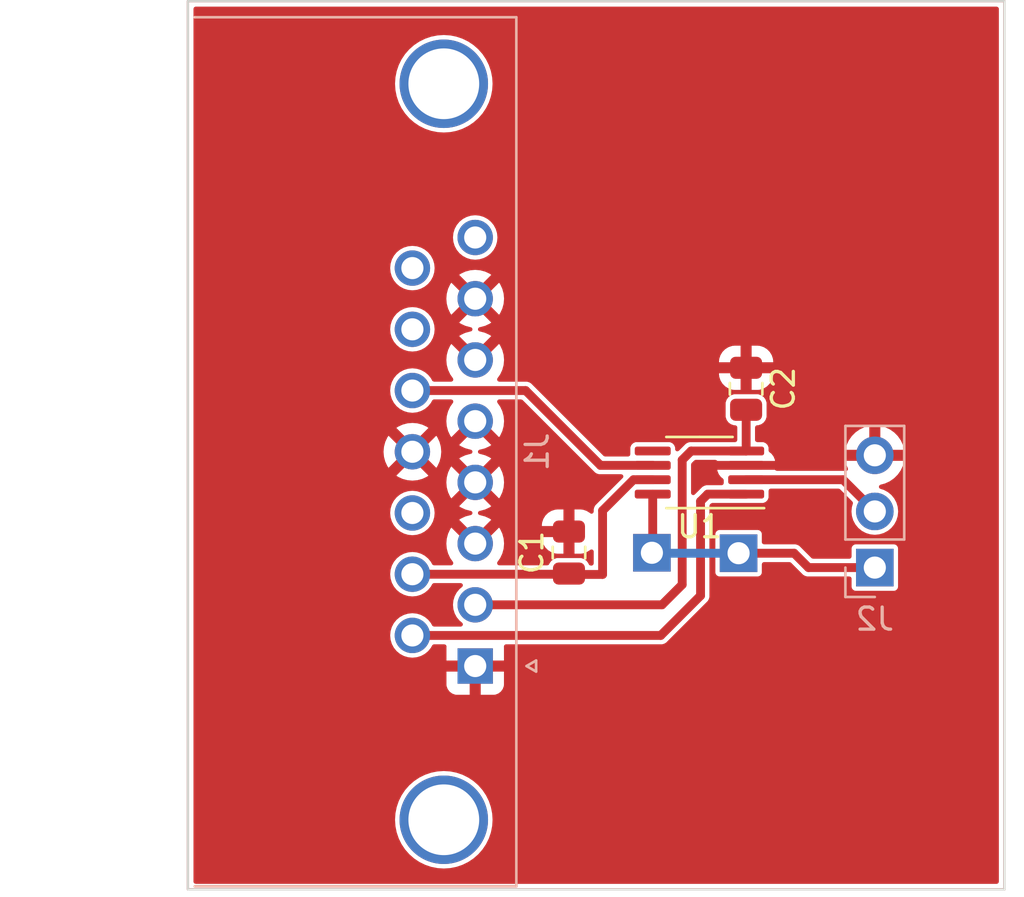
<source format=kicad_pcb>
(kicad_pcb (version 20221018) (generator pcbnew)
  (layers (0 "F.Cu" signal) (31 "B.Cu" signal) (34 "B.Paste" user) (35 "F.Paste" user) (36 "B.SilkS" user "B.Silkscreen") (37 "F.SilkS" user "F.Silkscreen") (38 "B.Mask" user) (39 "F.Mask" user) (44 "Edge.Cuts" user))
  (net 0 "")
  (net 1 "GND")
  (net 2 "+12V")
  (net 4 "Net-(J1-P9)")
  (net 5 "-12V")
  (net 7 "IN")
  (net 10 "Net-(J2-Pin_1)")
  (net 11 "Net-(J2-Pin_2)")
  (footprint "" (layer "F.Cu") (at 87.67 104.63)
    (fp_text reference "" (at 0 0) (layer "F.SilkS") (effects (font (size 1.27 1.27))))
    (fp_text value "" (at 0 0) (layer "F.SilkS") (effects (font (size 1.27 1.27))))
    (pad "1" thru_hole rect (at 0 0) (size 1.7 1.7) (drill 1) (layers "*.Cu" "*.Mask") (net 10 "Net-(J2-Pin_1)"))
  )
  (footprint "" (layer "F.Cu") (at 91.59 104.65)
    (fp_text reference "" (at 0 0) (layer "F.SilkS") (effects (font (size 1.27 1.27))))
    (fp_text value "" (at 0 0) (layer "F.SilkS") (effects (font (size 1.27 1.27))))
    (pad "1" thru_hole rect (at 0 0) (size 1.7 1.7) (drill 1) (layers "*.Cu" "*.Mask") (net 10 "Net-(J2-Pin_1)"))
  )
  (footprint "Package_SO:MSOP-8_3x3mm_P0.65mm" (layer "F.Cu") (at 89.82 101 180)
    (fp_text reference "U1" (at 0 -2.45 180) (layer "F.SilkS"))
    (fp_text value "MAX4659")
    (fp_line (start 0 -1.61) (end -2.925 -1.61) (stroke (width 0.12)) (layer "F.SilkS"))
    (fp_line (start 0 -1.61) (end 1.5 -1.61) (stroke (width 0.12)) (layer "F.SilkS"))
    (fp_line (start 0 1.61) (end -1.5 1.61) (stroke (width 0.12)) (layer "F.SilkS"))
    (fp_line (start 0 1.61) (end 1.5 1.61) (stroke (width 0.12)) (layer "F.SilkS"))
    (pad "1" smd roundrect (at -2.1125 -0.975 180) (size 1.625 0.4) (layers "F.Cu" "F.Paste" "F.Mask") (net 4 "Net-(J1-P9)"))
    (pad "2" smd roundrect (at -2.1125 -0.325 180) (size 1.625 0.4) (layers "F.Cu" "F.Paste" "F.Mask") (net 11 "Net-(J2-Pin_2)"))
    (pad "3" smd roundrect (at -2.1125 0.325 180) (size 1.625 0.4) (layers "F.Cu" "F.Paste" "F.Mask") (net 1 "GND"))
    (pad "4" smd roundrect (at -2.1125 0.975 180) (size 1.625 0.4) (layers "F.Cu" "F.Paste" "F.Mask") (net 2 "+12V"))
    (pad "5" smd roundrect (at 2.1125 0.975 180) (size 1.625 0.4) (layers "F.Cu" "F.Paste" "F.Mask"))
    (pad "6" smd roundrect (at 2.1125 0.325 180) (size 1.625 0.4) (layers "F.Cu" "F.Paste" "F.Mask") (net 7 "IN"))
    (pad "7" smd roundrect (at 2.1125 -0.325 180) (size 1.625 0.4) (layers "F.Cu" "F.Paste" "F.Mask") (net 5 "-12V"))
    (pad "8" smd roundrect (at 2.1125 -0.975 180) (size 1.625 0.4) (layers "F.Cu" "F.Paste" "F.Mask") (net 10 "Net-(J2-Pin_1)"))
  )
  (footprint "Capacitor_SMD:C_0805_2012Metric" (layer "F.Cu") (at 91.93 97.21 -90)
    (fp_text reference "C2" (at 0 -1.68 90) (layer "F.SilkS"))
    (fp_text value "C")
    (fp_line (start -0.261252 -0.735) (end 0.261252 -0.735) (stroke (width 0.12)) (layer "F.SilkS"))
    (fp_line (start -0.261252 0.735) (end 0.261252 0.735) (stroke (width 0.12)) (layer "F.SilkS"))
    (pad "1" smd roundrect (at -0.95 0 270) (size 1 1.45) (layers "F.Cu" "F.Paste" "F.Mask") (net 1 "GND"))
    (pad "2" smd roundrect (at 0.95 0 270) (size 1 1.45) (layers "F.Cu" "F.Paste" "F.Mask") (net 2 "+12V"))
  )
  (footprint "Capacitor_SMD:C_0805_2012Metric" (layer "F.Cu") (at 83.92 104.62 90)
    (fp_text reference "C1" (at 0 -1.68 90) (layer "F.SilkS"))
    (fp_text value "C")
    (fp_line (start -0.261252 -0.735) (end 0.261252 -0.735) (stroke (width 0.12)) (layer "F.SilkS"))
    (fp_line (start -0.261252 0.735) (end 0.261252 0.735) (stroke (width 0.12)) (layer "F.SilkS"))
    (pad "1" smd roundrect (at -0.95 0 90) (size 1 1.45) (layers "F.Cu" "F.Paste" "F.Mask") (net 5 "-12V"))
    (pad "2" smd roundrect (at 0.95 0 90) (size 1 1.45) (layers "F.Cu" "F.Paste" "F.Mask") (net 1 "GND"))
  )
  (footprint "Connector_Dsub:DSUB-15_Male_Horizontal_P2.77x2.84mm_EdgePinOffset9.90mm_Housed_MountingHolesOffset11.32mm" (layer "B.Cu") (at 79.68 109.755 90)
    (fp_text reference "J1" (at 9.695 2.8 90) (layer "B.SilkS") (effects (justify mirror)))
    (fp_text value "DB15_Male")
    (fp_line (start -9.965 -12.68) (end -9.965 1.86) (stroke (width 0.12)) (layer "B.SilkS"))
    (fp_line (start -9.965 1.86) (end 29.355 1.86) (stroke (width 0.12)) (layer "B.SilkS"))
    (fp_line (start -0.25 2.754338) (end 0.25 2.754338) (stroke (width 0.12)) (layer "B.SilkS"))
    (fp_line (start 0 2.321325) (end -0.25 2.754338) (stroke (width 0.12)) (layer "B.SilkS"))
    (fp_line (start 0.25 2.754338) (end 0 2.321325) (stroke (width 0.12)) (layer "B.SilkS"))
    (fp_line (start 29.355 1.86) (end 29.355 -12.68) (stroke (width 0.12)) (layer "B.SilkS"))
    (pad "0" thru_hole circle (at -6.955 -1.42 90) (size 4 4) (drill 3.2) (layers "*.Cu" "*.Mask"))
    (pad "0" thru_hole circle (at 26.345 -1.42 90) (size 4 4) (drill 3.2) (layers "*.Cu" "*.Mask"))
    (pad "1" thru_hole rect (at 0 0 90) (size 1.6 1.6) (drill 1) (layers "*.Cu" "*.Mask") (net 1 "GND"))
    (pad "2" thru_hole circle (at 2.77 0 90) (size 1.6 1.6) (drill 1) (layers "*.Cu" "*.Mask") (net 2 "+12V"))
    (pad "3" thru_hole circle (at 5.54 0 90) (size 1.6 1.6) (drill 1) (layers "*.Cu" "*.Mask") (net 1 "GND"))
    (pad "4" thru_hole circle (at 8.31 0 90) (size 1.6 1.6) (drill 1) (layers "*.Cu" "*.Mask") (net 1 "GND"))
    (pad "5" thru_hole circle (at 11.08 0 90) (size 1.6 1.6) (drill 1) (layers "*.Cu" "*.Mask") (net 1 "GND"))
    (pad "6" thru_hole circle (at 13.85 0 90) (size 1.6 1.6) (drill 1) (layers "*.Cu" "*.Mask") (net 1 "GND"))
    (pad "7" thru_hole circle (at 16.62 0 90) (size 1.6 1.6) (drill 1) (layers "*.Cu" "*.Mask") (net 1 "GND"))
    (pad "8" thru_hole circle (at 19.39 0 90) (size 1.6 1.6) (drill 1) (layers "*.Cu" "*.Mask"))
    (pad "9" thru_hole circle (at 1.385 -2.84 90) (size 1.6 1.6) (drill 1) (layers "*.Cu" "*.Mask") (net 4 "Net-(J1-P9)"))
    (pad "10" thru_hole circle (at 4.155 -2.84 90) (size 1.6 1.6) (drill 1) (layers "*.Cu" "*.Mask") (net 5 "-12V"))
    (pad "11" thru_hole circle (at 6.925 -2.84 90) (size 1.6 1.6) (drill 1) (layers "*.Cu" "*.Mask"))
    (pad "12" thru_hole circle (at 9.695 -2.84 90) (size 1.6 1.6) (drill 1) (layers "*.Cu" "*.Mask") (net 1 "GND"))
    (pad "13" thru_hole circle (at 12.465 -2.84 90) (size 1.6 1.6) (drill 1) (layers "*.Cu" "*.Mask") (net 7 "IN"))
    (pad "14" thru_hole circle (at 15.235 -2.84 90) (size 1.6 1.6) (drill 1) (layers "*.Cu" "*.Mask"))
    (pad "15" thru_hole circle (at 18.005 -2.84 90) (size 1.6 1.6) (drill 1) (layers "*.Cu" "*.Mask"))
  )
  (footprint "Connector_PinHeader_2.54mm:PinHeader_1x03_P2.54mm_Vertical" (layer "B.Cu") (at 97.75 105.3)
    (fp_text reference "J2" (at 0 2.33) (layer "B.SilkS") (effects (justify mirror)))
    (fp_text value "Conn_01x03_Male")
    (fp_line (start -1.33 -6.41) (end 1.33 -6.41) (stroke (width 0.12)) (layer "B.SilkS"))
    (fp_line (start -1.33 -1.27) (end -1.33 -6.41) (stroke (width 0.12)) (layer "B.SilkS"))
    (fp_line (start -1.33 -1.27) (end 1.33 -1.27) (stroke (width 0.12)) (layer "B.SilkS"))
    (fp_line (start -1.33 0) (end -1.33 1.33) (stroke (width 0.12)) (layer "B.SilkS"))
    (fp_line (start -1.33 1.33) (end 0 1.33) (stroke (width 0.12)) (layer "B.SilkS"))
    (fp_line (start 1.33 -1.27) (end 1.33 -6.41) (stroke (width 0.12)) (layer "B.SilkS"))
    (pad "1" thru_hole rect (at 0 0) (size 1.7 1.7) (drill 1) (layers "*.Cu" "*.Mask") (net 10 "Net-(J2-Pin_1)"))
    (pad "2" thru_hole oval (at 0 -2.54) (size 1.7 1.7) (drill 1) (layers "*.Cu" "*.Mask") (net 11 "Net-(J2-Pin_2)"))
    (pad "3" thru_hole oval (at 0 -5.08) (size 1.7 1.7) (drill 1) (layers "*.Cu" "*.Mask") (net 1 "GND"))
  )
  (gr_rect (start 66.69 79.67) (end 103.61 119.86) (stroke (width 0.1)) (fill none) (layer "F.Cu"))
  (gr_rect (start 66.69 79.67) (end 103.61 119.86) (stroke (width 0.1)) (fill none) (layer "Edge.Cuts"))
  (segment (start 91.9325 100.025) (end 89.445 100.025) (width 0.4) (layer "F.Cu") (net 2))
  (segment (start 88.125 106.985) (end 79.68 106.985) (width 0.4) (layer "F.Cu") (net 2))
  (segment (start 91.9325 98.1625) (end 91.93 98.16) (width 0.4) (layer "F.Cu") (net 2))
  (segment (start 89.04 106.07) (end 88.125 106.985) (width 0.4) (layer "F.Cu") (net 2))
  (segment (start 89.445 100.025) (end 89.04 100.43) (width 0.4) (layer "F.Cu") (net 2))
  (segment (start 91.9325 100.025) (end 91.9325 98.1625) (width 0.4) (layer "F.Cu") (net 2))
  (segment (start 89.04 100.43) (end 89.04 106.07) (width 0.4) (layer "F.Cu") (net 2))
  (segment (start 89.87 106.57) (end 88.07 108.37) (width 0.4) (layer "F.Cu") (net 4))
  (segment (start 89.87 102.3) (end 89.87 106.57) (width 0.4) (layer "F.Cu") (net 4))
  (segment (start 91.9325 101.975) (end 90.195 101.975) (width 0.4) (layer "F.Cu") (net 4))
  (segment (start 88.07 108.37) (end 76.84 108.37) (width 0.4) (layer "F.Cu") (net 4))
  (segment (start 90.195 101.975) (end 89.87 102.3) (width 0.4) (layer "F.Cu") (net 4))
  (segment (start 86.837893 101.325) (end 87.7075 101.325) (width 0.4) (layer "F.Cu") (net 5))
  (segment (start 83.92 105.57) (end 83.89 105.6) (width 0.4) (layer "F.Cu") (net 5))
  (segment (start 83.96 105.61) (end 85.44 105.61) (width 0.4) (layer "F.Cu") (net 5))
  (segment (start 83.89 105.6) (end 76.84 105.6) (width 0.4) (layer "F.Cu") (net 5))
  (segment (start 85.44 105.61) (end 85.44 102.722893) (width 0.4) (layer "F.Cu") (net 5))
  (segment (start 83.92 105.57) (end 83.96 105.61) (width 0.4) (layer "F.Cu") (net 5))
  (segment (start 85.44 102.722893) (end 86.837893 101.325) (width 0.4) (layer "F.Cu") (net 5))
  (segment (start 85.345 100.675) (end 81.96 97.29) (width 0.4) (layer "F.Cu") (net 7))
  (segment (start 87.7075 100.675) (end 85.345 100.675) (width 0.4) (layer "F.Cu") (net 7))
  (segment (start 81.96 97.29) (end 76.84 97.29) (width 0.4) (layer "F.Cu") (net 7))
  (segment (start 94.1 104.65) (end 94.75 105.3) (width 0.4) (layer "F.Cu") (net 10))
  (segment (start 87.7075 101.975) (end 87.7075 104.5925) (width 0.4) (layer "F.Cu") (net 10))
  (segment (start 91.59 104.65) (end 94.1 104.65) (width 0.4) (layer "F.Cu") (net 10))
  (segment (start 87.7075 104.5925) (end 87.67 104.63) (width 0.4) (layer "F.Cu") (net 10))
  (segment (start 94.75 105.3) (end 97.75 105.3) (width 0.4) (layer "F.Cu") (net 10))
  (segment (start 91.59 104.65) (end 87.69 104.65) (width 0.4) (layer "B.Cu") (net 10))
  (segment (start 87.69 104.65) (end 87.67 104.63) (width 0.4) (layer "B.Cu") (net 10))
  (segment (start 91.9325 101.325) (end 96.315 101.325) (width 0.4) (layer "F.Cu") (net 11))
  (segment (start 96.315 101.325) (end 97.75 102.76) (width 0.4) (layer "F.Cu") (net 11))
  (zone (net 1) (net_name "GND") (layer "F.Cu") (connect_pads (clearance 0.2)) (min_thickness 0.2) (fill yes (thermal_gap 0.5) (thermal_bridge_width 0.5))
    (polygon (pts (xy 66.69 79.67) (xy 103.61 79.67) (xy 103.61 119.86) (xy 66.69 119.86)))
  )
)
</source>
